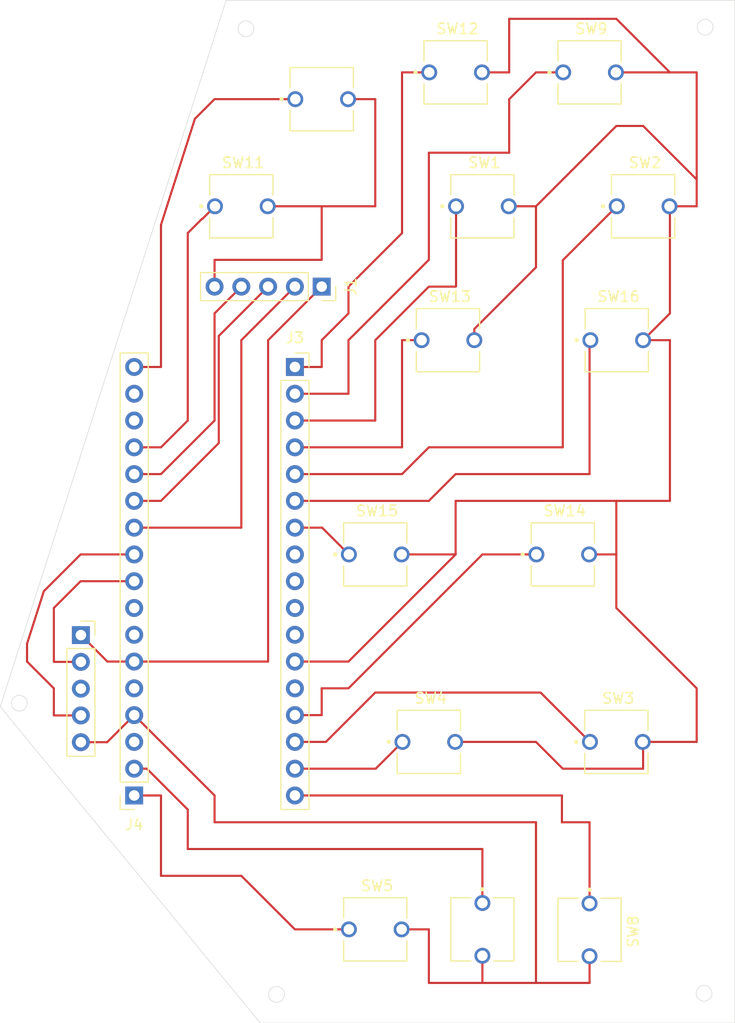
<source format=kicad_pcb>
(kicad_pcb (version 20240108) (generator "pcbnew") (generator_version "8.0")
  (layers (0 "F.Cu" signal) (31 "B.Cu" signal) (34 "B.Paste" user) (35 "F.Paste" user) (36 "B.SilkS" user "B.Silkscreen") (37 "F.SilkS" user "F.Silkscreen") (38 "B.Mask" user) (39 "F.Mask" user) (44 "Edge.Cuts" user))
  (net 0 "")
  (net 1 "/D8")
  (net 2 "/VCC")
  (net 3 "/A0")
  (net 4 "/GND")
  (net 5 "/A1")
  (net 6 "/D16")
  (net 7 "/D6")
  (net 8 "/D7")
  (net 9 "/D17")
  (net 10 "/D11")
  (net 11 "/D10")
  (net 12 "/D15")
  (net 13 "/RST")
  (net 14 "/D14")
  (net 15 "/D5")
  (net 16 "/D2")
  (net 17 "/D3")
  (net 18 "/D12")
  (net 19 "/D9")
  (net 20 "/D4")
  (net 21 "/3V")
  (net 22 "/A2")
  (net 23 "/NC")
  (net 24 "/D13")
  (net 25 "/VIN")
  (net 26 "/A3")
  (net 27 "/A5")
  (net 28 "/A4")
  (net 29 "/REF")
  (net 30 "/D0")
  (net 31 "/D1")
  (footprint "Downloads:SW_BUTT-2" (layer "F.Cu") (at 139.7 66.04)
    (property "Reference" "SW11" (at 0.175 -4.135 0) (layer "F.SilkS"))
    (property "Value" "D_Pad_LEFT")
    (fp_line (start -3 -3) (end 3 -3) (stroke (width 0.127)) (layer "F.SilkS"))
    (fp_line (start -3 -1.075) (end -3 -3) (stroke (width 0.127)) (layer "F.SilkS"))
    (fp_line (start -3 3) (end -3 1.075) (stroke (width 0.127)) (layer "F.SilkS"))
    (fp_line (start 3 -3) (end 3 -1.075) (stroke (width 0.127)) (layer "F.SilkS"))
    (fp_line (start 3 1.075) (end 3 3) (stroke (width 0.127)) (layer "F.SilkS"))
    (fp_line (start 3 3) (end -3 3) (stroke (width 0.127)) (layer "F.SilkS"))
    (fp_circle (center -3.8 0) (end -3.7 0) (stroke (width 0.2)) (fill none) (layer "F.SilkS"))
    (pad "1" thru_hole circle (at -2.5 0) (size 1.508 1.508) (drill 1) (layers "*.Cu" "*.Mask") (net 3 "/A0"))
    (pad "2" thru_hole circle (at 2.5 0) (size 1.508 1.508) (drill 1) (layers "*.Cu" "*.Mask") (net 4 "/GND"))
  )
  (footprint "Downloads:SW_BUTT-2" (layer "F.Cu") (at 152.4 99.06)
    (property "Reference" "SW15" (at 0.175 -4.135 0) (layer "F.SilkS"))
    (property "Value" "Y_Button")
    (fp_line (start -3 -3) (end 3 -3) (stroke (width 0.127)) (layer "F.SilkS"))
    (fp_line (start -3 -1.075) (end -3 -3) (stroke (width 0.127)) (layer "F.SilkS"))
    (fp_line (start -3 3) (end -3 1.075) (stroke (width 0.127)) (layer "F.SilkS"))
    (fp_line (start 3 -3) (end 3 -1.075) (stroke (width 0.127)) (layer "F.SilkS"))
    (fp_line (start 3 1.075) (end 3 3) (stroke (width 0.127)) (layer "F.SilkS"))
    (fp_line (start 3 3) (end -3 3) (stroke (width 0.127)) (layer "F.SilkS"))
    (fp_circle (center -3.8 0) (end -3.7 0) (stroke (width 0.2)) (fill none) (layer "F.SilkS"))
    (pad "1" thru_hole circle (at -2.5 0) (size 1.508 1.508) (drill 1) (layers "*.Cu" "*.Mask") (net 7 "/D6"))
    (pad "2" thru_hole circle (at 2.5 0) (size 1.508 1.508) (drill 1) (layers "*.Cu" "*.Mask") (net 4 "/GND"))
  )
  (footprint "Connector_PinSocket_2.54mm:PinSocket_1x17_P2.54mm_Vertical" (layer "F.Cu") (at 144.78 81.28)
    (property "Reference" "J3" (at 0 -2.77 0) (layer "F.SilkS"))
    (property "Value" "Conn_01x17_Pin" (hide yes))
    (fp_line (start -1.33 1.27) (end -1.33 41.97) (stroke (width 0.12)) (layer "F.SilkS"))
    (fp_line (start -1.33 1.27) (end 1.33 1.27) (stroke (width 0.12)) (layer "F.SilkS"))
    (fp_line (start -1.33 41.97) (end 1.33 41.97) (stroke (width 0.12)) (layer "F.SilkS"))
    (fp_line (start 0 -1.33) (end 1.33 -1.33) (stroke (width 0.12)) (layer "F.SilkS"))
    (fp_line (start 1.33 -1.33) (end 1.33 0) (stroke (width 0.12)) (layer "F.SilkS"))
    (fp_line (start 1.33 1.27) (end 1.33 41.97) (stroke (width 0.12)) (layer "F.SilkS"))
    (pad "1" thru_hole rect (at 0 0) (size 1.7 1.7) (drill 1) (layers "*.Cu" "*.Mask") (net 18 "/D12"))
    (pad "2" thru_hole oval (at 0 2.54) (size 1.7 1.7) (drill 1) (layers "*.Cu" "*.Mask") (net 10 "/D11"))
    (pad "3" thru_hole oval (at 0 5.08) (size 1.7 1.7) (drill 1) (layers "*.Cu" "*.Mask") (net 11 "/D10"))
    (pad "4" thru_hole oval (at 0 7.62) (size 1.7 1.7) (drill 1) (layers "*.Cu" "*.Mask") (net 19 "/D9"))
    (pad "5" thru_hole oval (at 0 10.16) (size 1.7 1.7) (drill 1) (layers "*.Cu" "*.Mask") (net 1 "/D8"))
    (pad "6" thru_hole oval (at 0 12.7) (size 1.7 1.7) (drill 1) (layers "*.Cu" "*.Mask") (net 8 "/D7"))
    (pad "7" thru_hole oval (at 0 15.24) (size 1.7 1.7) (drill 1) (layers "*.Cu" "*.Mask") (net 7 "/D6"))
    (pad "8" thru_hole oval (at 0 17.78) (size 1.7 1.7) (drill 1) (layers "*.Cu" "*.Mask") (net 15 "/D5"))
    (pad "9" thru_hole oval (at 0 20.32) (size 1.7 1.7) (drill 1) (layers "*.Cu" "*.Mask") (net 20 "/D4"))
    (pad "10" thru_hole oval (at 0 22.86) (size 1.7 1.7) (drill 1) (layers "*.Cu" "*.Mask") (net 17 "/D3"))
    (pad "11" thru_hole oval (at 0 25.4) (size 1.7 1.7) (drill 1) (layers "*.Cu" "*.Mask") (net 16 "/D2"))
    (pad "12" thru_hole oval (at 0 27.94) (size 1.7 1.7) (drill 1) (layers "*.Cu" "*.Mask") (net 4 "/GND"))
    (pad "13" thru_hole oval (at 0 30.48) (size 1.7 1.7) (drill 1) (layers "*.Cu" "*.Mask") (net 13 "/RST"))
    (pad "14" thru_hole oval (at 0 33.02) (size 1.7 1.7) (drill 1) (layers "*.Cu" "*.Mask") (net 30 "/D0"))
    (pad "15" thru_hole oval (at 0 35.56) (size 1.7 1.7) (drill 1) (layers "*.Cu" "*.Mask") (net 31 "/D1"))
    (pad "16" thru_hole oval (at 0 38.1) (size 1.7 1.7) (drill 1) (layers "*.Cu" "*.Mask") (net 9 "/D17"))
    (pad "17" thru_hole oval (at 0 40.64) (size 1.7 1.7) (drill 1) (layers "*.Cu" "*.Mask") (net 6 "/D16"))
  )
  (footprint "Downloads:SW_BUTT-2" (layer "F.Cu") (at 172.72 134.66 -90)
    (property "Reference" "SW8" (at 0.175 -4.135 90) (layer "F.SilkS"))
    (property "Value" "Select_Button")
    (fp_line (start -3 3) (end -3 1.075) (stroke (width 0.127)) (layer "F.SilkS"))
    (fp_line (start 3 3) (end -3 3) (stroke (width 0.127)) (layer "F.SilkS"))
    (fp_line (start 3 1.075) (end 3 3) (stroke (width 0.127)) (layer "F.SilkS"))
    (fp_line (start -3 -1.075) (end -3 -3) (stroke (width 0.127)) (layer "F.SilkS"))
    (fp_line (start -3 -3) (end 3 -3) (stroke (width 0.127)) (layer "F.SilkS"))
    (fp_line (start 3 -3) (end 3 -1.075) (stroke (width 0.127)) (layer "F.SilkS"))
    (fp_circle (center -3.8 0) (end -3.7 0) (stroke (width 0.2)) (fill none) (layer "F.SilkS"))
    (pad "1" thru_hole circle (at -2.5 0 270) (size 1.508 1.508) (drill 1) (layers "*.Cu" "*.Mask") (net 6 "/D16"))
    (pad "2" thru_hole circle (at 2.5 0 270) (size 1.508 1.508) (drill 1) (layers "*.Cu" "*.Mask") (net 4 "/GND"))
  )
  (footprint "Downloads:SW_BUTT-2" (layer "F.Cu") (at 162.56 66.04)
    (property "Reference" "SW1" (at 0.175 -4.135 0) (layer "F.SilkS"))
    (property "Value" "Left_Trigger")
    (fp_line (start -3 -3) (end 3 -3) (stroke (width 0.127)) (layer "F.SilkS"))
    (fp_line (start -3 -1.075) (end -3 -3) (stroke (width 0.127)) (layer "F.SilkS"))
    (fp_line (start -3 3) (end -3 1.075) (stroke (width 0.127)) (layer "F.SilkS"))
    (fp_line (start 3 -3) (end 3 -1.075) (stroke (width 0.127)) (layer "F.SilkS"))
    (fp_line (start 3 1.075) (end 3 3) (stroke (width 0.127)) (layer "F.SilkS"))
    (fp_line (start 3 3) (end -3 3) (stroke (width 0.127)) (layer "F.SilkS"))
    (fp_circle (center -3.8 0) (end -3.7 0) (stroke (width 0.2)) (fill none) (layer "F.SilkS"))
    (pad "1" thru_hole circle (at -2.5 0) (size 1.508 1.508) (drill 1) (layers "*.Cu" "*.Mask") (net 11 "/D10"))
    (pad "2" thru_hole circle (at 2.5 0) (size 1.508 1.508) (drill 1) (layers "*.Cu" "*.Mask") (net 4 "/GND"))
  )
  (footprint "Downloads:SW_BUTT-2" (layer "F.Cu") (at 177.8 66.04)
    (property "Reference" "SW2" (at 0.175 -4.135 0) (layer "F.SilkS"))
    (property "Value" "Right_Trigger")
    (fp_line (start -3 -3) (end 3 -3) (stroke (width 0.127)) (layer "F.SilkS"))
    (fp_line (start -3 -1.075) (end -3 -3) (stroke (width 0.127)) (layer "F.SilkS"))
    (fp_line (start -3 3) (end -3 1.075) (stroke (width 0.127)) (layer "F.SilkS"))
    (fp_line (start 3 -3) (end 3 -1.075) (stroke (width 0.127)) (layer "F.SilkS"))
    (fp_line (start 3 1.075) (end 3 3) (stroke (width 0.127)) (layer "F.SilkS"))
    (fp_line (start 3 3) (end -3 3) (stroke (width 0.127)) (layer "F.SilkS"))
    (fp_circle (center -3.8 0) (end -3.7 0) (stroke (width 0.2)) (fill none) (layer "F.SilkS"))
    (pad "1" thru_hole circle (at -2.5 0) (size 1.508 1.508) (drill 1) (layers "*.Cu" "*.Mask") (net 1 "/D8"))
    (pad "2" thru_hole circle (at 2.5 0) (size 1.508 1.508) (drill 1) (layers "*.Cu" "*.Mask") (net 4 "/GND"))
  )
  (footprint "Downloads:SW_BUTT-2" (layer "F.Cu") (at 175.3 78.74)
    (property "Reference" "SW16" (at 0.175 -4.135 0) (layer "F.SilkS"))
    (property "Value" "B_Button")
    (fp_line (start -3 -3) (end 3 -3) (stroke (width 0.127)) (layer "F.SilkS"))
    (fp_line (start -3 -1.075) (end -3 -3) (stroke (width 0.127)) (layer "F.SilkS"))
    (fp_line (start -3 3) (end -3 1.075) (stroke (width 0.127)) (layer "F.SilkS"))
    (fp_line (start 3 -3) (end 3 -1.075) (stroke (width 0.127)) (layer "F.SilkS"))
    (fp_line (start 3 1.075) (end 3 3) (stroke (width 0.127)) (layer "F.SilkS"))
    (fp_line (start 3 3) (end -3 3) (stroke (width 0.127)) (layer "F.SilkS"))
    (fp_circle (center -3.8 0) (end -3.7 0) (stroke (width 0.2)) (fill none) (layer "F.SilkS"))
    (pad "1" thru_hole circle (at -2.5 0) (size 1.508 1.508) (drill 1) (layers "*.Cu" "*.Mask") (net 8 "/D7"))
    (pad "2" thru_hole circle (at 2.5 0) (size 1.508 1.508) (drill 1) (layers "*.Cu" "*.Mask") (net 4 "/GND"))
  )
  (footprint "Connector_PinSocket_2.54mm:PinSocket_1x05_P2.54mm_Vertical" (layer "F.Cu") (at 147.32 73.66 -90)
    (property "Reference" "J1" (at 0 -2.77 90) (layer "F.SilkS"))
    (property "Value" "Joystick_F_TH")
    (fp_line (start -1.33 11.49) (end 1.33 11.49) (stroke (width 0.12)) (layer "F.SilkS"))
    (fp_line (start -1.33 1.27) (end -1.33 11.49) (stroke (width 0.12)) (layer "F.SilkS"))
    (fp_line (start -1.33 1.27) (end 1.33 1.27) (stroke (width 0.12)) (layer "F.SilkS"))
    (fp_line (start 1.33 1.27) (end 1.33 11.49) (stroke (width 0.12)) (layer "F.SilkS"))
    (fp_line (start 0 -1.33) (end 1.33 -1.33) (stroke (width 0.12)) (layer "F.SilkS"))
    (fp_line (start 1.33 -1.33) (end 1.33 0) (stroke (width 0.12)) (layer "F.SilkS"))
    (pad "1" thru_hole rect (at 0 0 270) (size 1.7 1.7) (drill 1) (layers "*.Cu" "*.Mask") (net 2 "/VCC"))
    (pad "2" thru_hole oval (at 0 2.54 270) (size 1.7 1.7) (drill 1) (layers "*.Cu" "*.Mask") (net 26 "/A3"))
    (pad "3" thru_hole oval (at 0 5.08 270) (size 1.7 1.7) (drill 1) (layers "*.Cu" "*.Mask") (net 22 "/A2"))
    (pad "4" thru_hole oval (at 0 7.62 270) (size 1.7 1.7) (drill 1) (layers "*.Cu" "*.Mask") (net 5 "/A1"))
    (pad "5" thru_hole oval (at 0 10.16 270) (size 1.7 1.7) (drill 1) (layers "*.Cu" "*.Mask") (net 4 "/GND"))
  )
  (footprint "Downloads:SW_BUTT-2" (layer "F.Cu") (at 157.48 116.84)
    (property "Reference" "SW4" (at 0.175 -4.135 0) (layer "F.SilkS"))
    (property "Value" "Left_Bumper")
    (fp_line (start -3 -3) (end 3 -3) (stroke (width 0.127)) (layer "F.SilkS"))
    (fp_line (start -3 -1.075) (end -3 -3) (stroke (width 0.127)) (layer "F.SilkS"))
    (fp_line (start -3 3) (end -3 1.075) (stroke (width 0.127)) (layer "F.SilkS"))
    (fp_line (start 3 -3) (end 3 -1.075) (stroke (width 0.127)) (layer "F.SilkS"))
    (fp_line (start 3 1.075) (end 3 3) (stroke (width 0.127)) (layer "F.SilkS"))
    (fp_line (start 3 3) (end -3 3) (stroke (width 0.127)) (layer "F.SilkS"))
    (fp_circle (center -3.8 0) (end -3.7 0) (stroke (width 0.2)) (fill none) (layer "F.SilkS"))
    (pad "1" thru_hole circle (at -2.5 0) (size 1.508 1.508) (drill 1) (layers "*.Cu" "*.Mask") (net 9 "/D17"))
    (pad "2" thru_hole circle (at 2.5 0) (size 1.508 1.508) (drill 1) (layers "*.Cu" "*.Mask") (net 4 "/GND"))
  )
  (footprint "Downloads:SW_BUTT-2" (layer "F.Cu") (at 170.18 99.06)
    (property "Reference" "SW14" (at 0.175 -4.135 0) (layer "F.SilkS"))
    (property "Value" "X_Button")
    (fp_line (start -3 -3) (end 3 -3) (stroke (width 0.127)) (layer "F.SilkS"))
    (fp_line (start -3 -1.075) (end -3 -3) (stroke (width 0.127)) (layer "F.SilkS"))
    (fp_line (start -3 3) (end -3 1.075) (stroke (width 0.127)) (layer "F.SilkS"))
    (fp_line (start 3 -3) (end 3 -1.075) (stroke (width 0.127)) (layer "F.SilkS"))
    (fp_line (start 3 1.075) (end 3 3) (stroke (width 0.127)) (layer "F.SilkS"))
    (fp_line (start 3 3) (end -3 3) (stroke (width 0.127)) (layer "F.SilkS"))
    (fp_circle (center -3.8 0) (end -3.7 0) (stroke (width 0.2)) (fill none) (layer "F.SilkS"))
    (pad "1" thru_hole circle (at -2.5 0) (size 1.508 1.508) (drill 1) (layers "*.Cu" "*.Mask") (net 30 "/D0"))
    (pad "2" thru_hole circle (at 2.5 0) (size 1.508 1.508) (drill 1) (layers "*.Cu" "*.Mask") (net 4 "/GND"))
  )
  (footprint "Downloads:SW_BUTT-2" (layer "F.Cu") (at 160.02 53.34)
    (property "Reference" "SW12" (at 0.175 -4.135 0) (layer "F.SilkS"))
    (property "Value" "D_Pad_RIGHT")
    (fp_line (start -3 -3) (end 3 -3) (stroke (width 0.127)) (layer "F.SilkS"))
    (fp_line (start -3 -1.075) (end -3 -3) (stroke (width 0.127)) (layer "F.SilkS"))
    (fp_line (start -3 3) (end -3 1.075) (stroke (width 0.127)) (layer "F.SilkS"))
    (fp_line (start 3 -3) (end 3 -1.075) (stroke (width 0.127)) (layer "F.SilkS"))
    (fp_line (start 3 1.075) (end 3 3) (stroke (width 0.127)) (layer "F.SilkS"))
    (fp_line (start 3 3) (end -3 3) (stroke (width 0.127)) (layer "F.SilkS"))
    (fp_circle (center -3.8 0) (end -3.7 0) (stroke (width 0.2)) (fill none) (layer "F.SilkS"))
    (pad "1" thru_hole circle (at -2.5 0) (size 1.508 1.508) (drill 1) (layers "*.Cu" "*.Mask") (net 18 "/D12"))
    (pad "2" thru_hole circle (at 2.5 0) (size 1.508 1.508) (drill 1) (layers "*.Cu" "*.Mask") (net 4 "/GND"))
  )
  (footprint "Downloads:SW_BUTT-2" (layer "F.Cu") (at 152.4 134.62)
    (property "Reference" "SW5" (at 0.175 -4.135 0) (layer "F.SilkS"))
    (property "Value" "Start_Button")
    (fp_line (start -3 -3) (end 3 -3) (stroke (width 0.127)) (layer "F.SilkS"))
    (fp_line (start -3 -1.075) (end -3 -3) (stroke (width 0.127)) (layer "F.SilkS"))
    (fp_line (start -3 3) (end -3 1.075) (stroke (width 0.127)) (layer "F.SilkS"))
    (fp_line (start 3 -3) (end 3 -1.075) (stroke (width 0.127)) (layer "F.SilkS"))
    (fp_line (start 3 1.075) (end 3 3) (stroke (width 0.127)) (layer "F.SilkS"))
    (fp_line (start 3 3) (end -3 3) (stroke (width 0.127)) (layer "F.SilkS"))
    (fp_circle (center -3.8 0) (end -3.7 0) (stroke (width 0.2)) (fill none) (layer "F.SilkS"))
    (pad "1" thru_hole circle (at -2.5 0) (size 1.508 1.508) (drill 1) (layers "*.Cu" "*.Mask") (net 12 "/D15"))
    (pad "2" thru_hole circle (at 2.5 0) (size 1.508 1.508) (drill 1) (layers "*.Cu" "*.Mask") (net 4 "/GND"))
  )
  (footprint "Downloads:SW_BUTT-2" (layer "F.Cu") (at 159.295 78.74)
    (property "Reference" "SW13" (at 0.175 -4.135 0) (layer "F.SilkS"))
    (property "Value" "A_Button")
    (fp_line (start -3 -3) (end 3 -3) (stroke (width 0.127)) (layer "F.SilkS"))
    (fp_line (start -3 -1.075) (end -3 -3) (stroke (width 0.127)) (layer "F.SilkS"))
    (fp_line (start -3 3) (end -3 1.075) (stroke (width 0.127)) (layer "F.SilkS"))
    (fp_line (start 3 -3) (end 3 -1.075) (stroke (width 0.127)) (layer "F.SilkS"))
    (fp_line (start 3 1.075) (end 3 3) (stroke (width 0.127)) (layer "F.SilkS"))
    (fp_line (start 3 3) (end -3 3) (stroke (width 0.127)) (layer "F.SilkS"))
    (fp_circle (center -3.8 0) (end -3.7 0) (stroke (width 0.2)) (fill none) (layer "F.SilkS"))
    (pad "1" thru_hole circle (at -2.5 0) (size 1.508 1.508) (drill 1) (layers "*.Cu" "*.Mask") (net 19 "/D9"))
    (pad "2" thru_hole circle (at 2.5 0) (size 1.508 1.508) (drill 1) (layers "*.Cu" "*.Mask") (net 4 "/GND"))
  )
  (footprint "Connector_PinSocket_2.54mm:PinSocket_1x05_P2.54mm_Vertical" (layer "F.Cu") (at 124.485 106.71)
    (property "Reference" "J2" (hide yes))
    (property "Value" "Joystick_B_TH")
    (fp_line (start -1.33 1.27) (end -1.33 11.49) (stroke (width 0.12)) (layer "F.SilkS"))
    (fp_line (start -1.33 1.27) (end 1.33 1.27) (stroke (width 0.12)) (layer "F.SilkS"))
    (fp_line (start -1.33 11.49) (end 1.33 11.49) (stroke (width 0.12)) (layer "F.SilkS"))
    (fp_line (start 0 -1.33) (end 1.33 -1.33) (stroke (width 0.12)) (layer "F.SilkS"))
    (fp_line (start 1.33 -1.33) (end 1.33 0) (stroke (width 0.12)) (layer "F.SilkS"))
    (fp_line (start 1.33 1.27) (end 1.33 11.49) (stroke (width 0.12)) (layer "F.SilkS"))
    (pad "1" thru_hole rect (at 0 0) (size 1.7 1.7) (drill 1) (layers "*.Cu" "*.Mask") (net 2 "/VCC"))
    (pad "2" thru_hole oval (at 0 2.54) (size 1.7 1.7) (drill 1) (layers "*.Cu" "*.Mask") (net 27 "/A5"))
    (pad "3" thru_hole oval (at 0 5.08) (size 1.7 1.7) (drill 1) (layers "*.Cu" "*.Mask") (net 8 "/D7"))
    (pad "4" thru_hole oval (at 0 7.62) (size 1.7 1.7) (drill 1) (layers "*.Cu" "*.Mask") (net 28 "/A4"))
    (pad "5" thru_hole oval (at 0 10.16) (size 1.7 1.7) (drill 1) (layers "*.Cu" "*.Mask") (net 4 "/GND"))
  )
  (footprint "Downloads:SW_BUTT-2" (layer "F.Cu") (at 175.26 116.84)
    (property "Reference" "SW3" (at 0.175 -4.135 0) (layer "F.SilkS"))
    (property "Value" "Right_Bumper")
    (fp_line (start -3 -3) (end 3 -3) (stroke (width 0.127)) (layer "F.SilkS"))
    (fp_line (start -3 -1.075) (end -3 -3) (stroke (width 0.127)) (layer "F.SilkS"))
    (fp_line (start -3 3) (end -3 1.075) (stroke (width 0.127)) (layer "F.SilkS"))
    (fp_line (start 3 -3) (end 3 -1.075) (stroke (width 0.127)) (layer "F.SilkS"))
    (fp_line (start 3 1.075) (end 3 3) (stroke (width 0.127)) (layer "F.SilkS"))
    (fp_line (start 3 3) (end -3 3) (stroke (width 0.127)) (layer "F.SilkS"))
    (fp_circle (center -3.8 0) (end -3.7 0) (stroke (width 0.2)) (fill none) (layer "F.SilkS"))
    (pad "1" thru_hole circle (at -2.5 0) (size 1.508 1.508) (drill 1) (layers "*.Cu" "*.Mask") (net 31 "/D1"))
    (pad "2" thru_hole circle (at 2.5 0) (size 1.508 1.508) (drill 1) (layers "*.Cu" "*.Mask") (net 4 "/GND"))
  )
  (footprint "Downloads:SW_BUTT-2" (layer "F.Cu") (at 162.56 134.62 -90)
    (property "Reference" "SW6" (hide yes))
    (property "Value" "Home_Button" (hide yes))
    (fp_line (start -3 3) (end -3 1.075) (stroke (width 0.127)) (layer "F.SilkS"))
    (fp_line (start 3 3) (end -3 3) (stroke (width 0.127)) (layer "F.SilkS"))
    (fp_line (start 3 1.075) (end 3 3) (stroke (width 0.127)) (layer "F.SilkS"))
    (fp_line (start -3 -1.075) (end -3 -3) (stroke (width 0.127)) (layer "F.SilkS"))
    (fp_line (start -3 -3) (end 3 -3) (stroke (width 0.127)) (layer "F.SilkS"))
    (fp_line (start 3 -3) (end 3 -1.075) (stroke (width 0.127)) (layer "F.SilkS"))
    (fp_circle (center -3.8 0) (end -3.7 0) (stroke (width 0.2)) (fill none) (layer "F.SilkS"))
    (pad "1" thru_hole circle (at -2.5 0 270) (size 1.508 1.508) (drill 1) (layers "*.Cu" "*.Mask") (net 14 "/D14"))
    (pad "2" thru_hole circle (at 2.5 0 270) (size 1.508 1.508) (drill 1) (layers "*.Cu" "*.Mask") (net 4 "/GND"))
  )
  (footprint "Downloads:SW_BUTT-2" (layer "F.Cu") (at 147.32 55.88)
    (property "Reference" "SW10" (hide yes))
    (property "Value" "D_Pad_DOWN")
    (fp_line (start -3 -3) (end 3 -3) (stroke (width 0.127)) (layer "F.SilkS"))
    (fp_line (start -3 -1.075) (end -3 -3) (stroke (width 0.127)) (layer "F.SilkS"))
    (fp_line (start -3 3) (end -3 1.075) (stroke (width 0.127)) (layer "F.SilkS"))
    (fp_line (start 3 -3) (end 3 -1.075) (stroke (width 0.127)) (layer "F.SilkS"))
    (fp_line (start 3 1.075) (end 3 3) (stroke (width 0.127)) (layer "F.SilkS"))
    (fp_line (start 3 3) (end -3 3) (stroke (width 0.127)) (layer "F.SilkS"))
    (fp_circle (center -3.8 0) (end -3.7 0) (stroke (width 0.2)) (fill none) (layer "F.SilkS"))
    (pad "1" thru_hole circle (at -2.5 0) (size 1.508 1.508) (drill 1) (layers "*.Cu" "*.Mask") (net 24 "/D13"))
    (pad "2" thru_hole circle (at 2.5 0) (size 1.508 1.508) (drill 1) (layers "*.Cu" "*.Mask") (net 4 "/GND"))
  )
  (footprint "Connector_PinSocket_2.54mm:PinSocket_1x17_P2.54mm_Vertical" (layer "F.Cu") (at 129.54 121.92 180)
    (property "Reference" "J4" (at 0 -2.77 180) (layer "F.SilkS"))
    (property "Value" "Conn_01x17_Pin")
    (fp_line (start 1.33 1.27) (end 1.33 41.97) (stroke (width 0.12)) (layer "F.SilkS"))
    (fp_line (start 1.33 -1.33) (end 1.33 0) (stroke (width 0.12)) (layer "F.SilkS"))
    (fp_line (start 0 -1.33) (end 1.33 -1.33) (stroke (width 0.12)) (layer "F.SilkS"))
    (fp_line (start -1.33 41.97) (end 1.33 41.97) (stroke (width 0.12)) (layer "F.SilkS"))
    (fp_line (start -1.33 1.27) (end 1.33 1.27) (stroke (width 0.12)) (layer "F.SilkS"))
    (fp_line (start -1.33 1.27) (end -1.33 41.97) (stroke (width 0.12)) (layer "F.SilkS"))
    (pad "1" thru_hole rect (at 0 0 180) (size 1.7 1.7) (drill 1) (layers "*.Cu" "*.Mask") (net 12 "/D15"))
    (pad "2" thru_hole oval (at 0 2.54 180) (size 1.7 1.7) (drill 1) (layers "*.Cu" "*.Mask") (net 14 "/D14"))
    (pad "3" thru_hole oval (at 0 5.08 180) (size 1.7 1.7) (drill 1) (layers "*.Cu" "*.Mask") (net 25 "/VIN"))
    (pad "4" thru_hole oval (at 0 7.62 180) (size 1.7 1.7) (drill 1) (layers "*.Cu" "*.Mask") (net 4 "/GND"))
    (pad "5" thru_hole oval (at 0 10.16 180) (size 1.7 1.7) (drill 1) (layers "*.Cu" "*.Mask") (net 13 "/RST"))
    (pad "6" thru_hole oval (at 0 12.7 180) (size 1.7 1.7) (drill 1) (layers "*.Cu" "*.Mask") (net 2 "/VCC"))
    (pad "7" thru_hole oval (at 0 15.24 180) (size 1.7 1.7) (drill 1) (layers "*.Cu" "*.Mask") (net 23 "/NC"))
    (pad "8" thru_hole oval (at 0 17.78 180) (size 1.7 1.7) (drill 1) (layers "*.Cu" "*.Mask") (net 23 "/NC"))
    (pad "9" thru_hole oval (at 0 20.32 180) (size 1.7 1.7) (drill 1) (layers "*.Cu" "*.Mask") (net 27 "/A5"))
    (pad "10" thru_hole oval (at 0 22.86 180) (size 1.7 1.7) (drill 1) (layers "*.Cu" "*.Mask") (net 28 "/A4"))
    (pad "11" thru_hole oval (at 0 25.4 180) (size 1.7 1.7) (drill 1) (layers "*.Cu" "*.Mask") (net 26 "/A3"))
    (pad "12" thru_hole oval (at 0 27.94 180) (size 1.7 1.7) (drill 1) (layers "*.Cu" "*.Mask") (net 22 "/A2"))
    (pad "13" thru_hole oval (at 0 30.48 180) (size 1.7 1.7) (drill 1) (layers "*.Cu" "*.Mask") (net 5 "/A1"))
    (pad "14" thru_hole oval (at 0 33.02 180) (size 1.7 1.7) (drill 1) (layers "*.Cu" "*.Mask") (net 3 "/A0"))
    (pad "15" thru_hole oval (at 0 35.56 180) (size 1.7 1.7) (drill 1) (layers "*.Cu" "*.Mask") (net 29 "/REF"))
    (pad "16" thru_hole oval (at 0 38.1 180) (size 1.7 1.7) (drill 1) (layers "*.Cu" "*.Mask") (net 21 "/3V"))
    (pad "17" thru_hole oval (at 0 40.64 180) (size 1.7 1.7) (drill 1) (layers "*.Cu" "*.Mask") (net 24 "/D13"))
  )
  (footprint "Downloads:SW_BUTT-2" (layer "F.Cu") (at 172.72 53.34)
    (property "Reference" "SW9" (at 0.175 -4.135 0) (layer "F.SilkS"))
    (property "Value" "D_Pad_UP" (hide yes))
    (fp_line (start -3 -3) (end 3 -3) (stroke (width 0.127)) (layer "F.SilkS"))
    (fp_line (start -3 -1.075) (end -3 -3) (stroke (width 0.127)) (layer "F.SilkS"))
    (fp_line (start -3 3) (end -3 1.075) (stroke (width 0.127)) (layer "F.SilkS"))
    (fp_line (start 3 -3) (end 3 -1.075) (stroke (width 0.127)) (layer "F.SilkS"))
    (fp_line (start 3 1.075) (end 3 3) (stroke (width 0.127)) (layer "F.SilkS"))
    (fp_line (start 3 3) (end -3 3) (stroke (width 0.127)) (layer "F.SilkS"))
    (fp_circle (center -3.8 0) (end -3.7 0) (stroke (width 0.2)) (fill none) (layer "F.SilkS"))
    (pad "1" thru_hole circle (at -2.5 0) (size 1.508 1.508) (drill 1) (layers "*.Cu" "*.Mask") (net 10 "/D11"))
    (pad "2" thru_hole circle (at 2.5 0) (size 1.508 1.508) (drill 1) (layers "*.Cu" "*.Mask") (net 4 "/GND"))
  )
  (gr_line (start 132.08 121.92) (end 129.54 121.92) (stroke (width 0.2)) (layer "F.Cu") (net 12))
  (gr_line (start 186.5 46.5) (end 186.5 113.5) (stroke (width 0.05)) (layer "Edge.Cuts"))
  (gr_circle (center 143.038096 140.787665) (end 143.788096 140.787665) (stroke (width 0.05)) (fill none) (layer "Edge.Cuts"))
  (gr_line (start 186.5 143.5) (end 141.5 143.5) (stroke (width 0.05)) (layer "Edge.Cuts"))
  (gr_circle (center 140.138311 49.205829) (end 140.888311 49.205829) (stroke (width 0.05)) (fill none) (layer "Edge.Cuts"))
  (gr_line (start 138.26 46.5) (end 116.84 113.5) (stroke (width 0.05)) (layer "Edge.Cuts"))
  (gr_line (start 186.5 113.5) (end 186.5 143.5) (stroke (width 0.05)) (layer "Edge.Cuts"))
  (gr_line (start 138.26 46.5) (end 186.5 46.5) (stroke (width 0.05)) (layer "Edge.Cuts"))
  (gr_circle (center 183.576728 140.679981) (end 184.326728 140.679981) (stroke (width 0.05)) (fill none) (layer "Edge.Cuts"))
  (gr_circle (center 118.647158 113.169312) (end 119.397158 113.169312) (stroke (width 0.05)) (fill none) (layer "Edge.Cuts"))
  (gr_line (start 116.84 113.5) (end 141.5 143.5) (stroke (width 0.05)) (layer "Edge.Cuts"))
  (gr_circle (center 183.678481 49.049776) (end 184.428481 49.049776) (stroke (width 0.05)) (fill none) (layer "Edge.Cuts"))
  (segment (start 154.94 91.44) (end 144.78 91.44) (width 0.2) (layer "F.Cu") (net 1))
  (segment (start 175.3 66.04) (end 170.18 71.16) (width 0.2) (layer "F.Cu") (net 1))
  (segment (start 157.48 88.9) (end 154.94 91.44) (width 0.2) (layer "F.Cu") (net 1))
  (segment (start 170.18 71.16) (end 170.18 88.9) (width 0.2) (layer "F.Cu") (net 1))
  (segment (start 170.18 88.9) (end 157.48 88.9) (width 0.2) (layer "F.Cu") (net 1))
  (segment (start 129.54 109.785685) (end 129.54 109.22) (width 0.2) (layer "F.Cu") (net 2))
  (segment (start 124.485 106.71) (end 124.49 106.71) (width 0.2) (layer "F.Cu") (net 2))
  (segment (start 127 109.22) (end 129.54 109.22) (width 0.2) (layer "F.Cu") (net 2))
  (segment (start 124.49 106.71) (end 127 109.22) (width 0.2) (layer "F.Cu") (net 2))
  (segment (start 142.24 109.22) (end 129.54 109.22) (width 0.2) (layer "F.Cu") (net 2))
  (segment (start 147.32 73.66) (end 142.24 78.74) (width 0.2) (layer "F.Cu") (net 2))
  (segment (start 142.24 78.74) (end 142.24 109.22) (width 0.2) (layer "F.Cu") (net 2))
  (segment (start 134.62 68.58) (end 134.62 86.36) (width 0.2) (layer "F.Cu") (net 3))
  (segment (start 132.08 88.9) (end 129.54 88.9) (width 0.2) (layer "F.Cu") (net 3))
  (segment (start 134.62 86.36) (end 132.08 88.9) (width 0.2) (layer "F.Cu") (net 3))
  (segment (start 137.2 66.04) (end 136.01 67.23) (width 0.2) (layer "F.Cu") (net 3))
  (segment (start 135.97 67.23) (end 134.62 68.58) (width 0.2) (layer "F.Cu") (net 3))
  (segment (start 136.01 67.23) (end 135.97 67.23) (width 0.2) (layer "F.Cu") (net 3))
  (segment (start 175.26 104.14) (end 175.26 99.06) (width 0.2) (layer "F.Cu") (net 4))
  (segment (start 126.97 116.87) (end 129.54 114.3) (width 0.2) (layer "F.Cu") (net 4))
  (segment (start 165.1 48.26) (end 175.26 48.26) (width 0.2) (layer "F.Cu") (net 4))
  (segment (start 182.88 53.34) (end 182.88 63.5) (width 0.2) (layer "F.Cu") (net 4))
  (segment (start 137.16 73.66) (end 137.16 71.12) (width 0.2) (layer "F.Cu") (net 4))
  (segment (start 154.9 99.06) (end 160.02 99.06) (width 0.2) (layer "F.Cu") (net 4))
  (segment (start 175.22 53.34) (end 180.34 53.34) (width 0.2) (layer "F.Cu") (net 4))
  (segment (start 159.98 116.84) (end 167.64 116.84) (width 0.2) (layer "F.Cu") (net 4))
  (segment (start 161.795 78.74) (end 161.795 77.673683) (width 0.2) (layer "F.Cu") (net 4))
  (segment (start 177.76 116.84) (end 182.88 116.84) (width 0.2) (layer "F.Cu") (net 4))
  (segment (start 182.88 111.76) (end 175.26 104.14) (width 0.2) (layer "F.Cu") (net 4))
  (segment (start 147.32 71.12) (end 147.32 66.04) (width 0.2) (layer "F.Cu") (net 4))
  (segment (start 172.72 139.7) (end 172.72 137.16) (width 0.2) (layer "F.Cu") (net 4))
  (segment (start 160.02 93.98) (end 160.02 99.06) (width 0.2) (layer "F.Cu") (net 4))
  (segment (start 137.16 71.12) (end 147.32 71.12) (width 0.2) (layer "F.Cu") (net 4))
  (segment (start 180.34 66.04) (end 180.34 76.2) (width 0.2) (layer "F.Cu") (net 4))
  (segment (start 180.34 76.2) (end 177.8 78.74) (width 0.2) (layer "F.Cu") (net 4))
  (segment (start 175.26 93.98) (end 175.26 99.06) (width 0.2) (layer "F.Cu") (net 4))
  (segment (start 177.8 78.74) (end 180.34 78.74) (width 0.2) (layer "F.Cu") (net 4))
  (segment (start 182.88 116.84) (end 182.88 111.76) (width 0.2) (layer "F.Cu") (net 4))
  (segment (start 137.16 124.46) (end 167.64 124.46) (width 0.2) (layer "F.Cu") (net 4))
  (segment (start 142.2 66.04) (end 147.32 66.04) (width 0.2) (layer "F.Cu") (net 4))
  (segment (start 152.4 55.88) (end 152.4 66.04) (width 0.2) (layer "F.Cu") (net 4))
  (segment (start 175.26 93.98) (end 160.02 93.98) (width 0.2) (layer "F.Cu") (net 4))
  (segment (start 167.64 124.46) (end 167.64 139.7) (width 0.2) (layer "F.Cu") (net 4))
  (segment (start 157.48 134.62) (end 157.48 139.7) (width 0.2) (layer "F.Cu") (net 4))
  (segment (start 182.88 66.04) (end 180.3 66.04) (width 0.2) (layer "F.Cu") (net 4))
  (segment (start 175.26 99.06) (end 172.68 99.06) (width 0.2) (layer "F.Cu") (net 4))
  (segment (start 161.795 77.673683) (end 167.64 71.828683) (width 0.2) (layer "F.Cu") (net 4))
  (segment (start 149.82 55.88) (end 152.4 55.88) (width 0.2) (layer "F.Cu") (net 4))
  (segment (start 160.02 99.06) (end 149.86 109.22) (width 0.2) (layer "F.Cu") (net 4))
  (segment (start 175.26 48.26) (end 180.34 53.34) (width 0.2) (layer "F.Cu") (net 4))
  (segment (start 180.34 78.74) (end 180.34 93.98) (width 0.2) (layer "F.Cu") (net 4))
  (segment (start 157.48 139.7) (end 162.56 139.7) (width 0.2) (layer "F.Cu") (net 4))
  (segment (start 124.485 116.87) (end 126.97 116.87) (width 0.2) (layer "F.Cu") (net 4))
  (segment (start 137.16 121.92) (end 137.16 124.46) (width 0.2) (layer "F.Cu") (net 4))
  (segment (start 167.64 139.7) (end 172.72 139.7) (width 0.2) (layer "F.Cu") (net 4))
  (segment (start 152.4 66.04) (end 147.32 66.04) (width 0.2) (layer "F.Cu") (net 4))
  (segment (start 177.8 119.38) (end 177.8 116.88) (width 0.2) (layer "F.Cu") (net 4))
  (segment (start 165.1 53.34) (end 165.1 48.26) (width 0.2) (layer "F.Cu") (net 4))
  (segment (start 149.86 109.22) (end 144.78 109.22) (width 0.2) (layer "F.Cu") (net 4))
  (segment (start 177.8 116.88) (end 177.76 116.84) (width 0.2) (layer "F.Cu") (net 4))
  (segment (start 182.88 63.5) (end 182.88 66.04) (width 0.2) (layer "F.Cu") (net 4))
  (segment (start 129.54 114.3) (end 137.16 121.92) (width 0.2) (layer "F.Cu") (net 4))
  (segment (start 167.64 66.04) (end 175.26 58.42) (width 0.2) (layer "F.Cu") (net 4))
  (segment (start 167.64 71.828683) (end 167.64 66.04) (width 0.2) (layer "F.Cu") (net 4))
  (segment (start 175.26 58.42) (end 177.8 58.42) (width 0.2) (layer "F.Cu") (net 4))
  (segment (start 180.34 53.34) (end 182.88 53.34) (width 0.2) (layer "F.Cu") (net 4))
  (segment (start 177.8 58.42) (end 182.88 63.5) (width 0.2) (layer "F.Cu") (net 4))
  (segment (start 162.56 139.7) (end 162.56 137.12) (width 0.2) (layer "F.Cu") (net 4))
  (segment (start 162.52 53.34) (end 165.1 53.34) (width 0.2) (layer "F.Cu") (net 4))
  (segment (start 167.64 116.84) (end 170.18 119.38) (width 0.2) (layer "F.Cu") (net 4))
  (segment (start 170.18 119.38) (end 177.8 119.38) (width 0.2) (layer "F.Cu") (net 4))
  (segment (start 162.56 139.7) (end 167.64 139.7) (width 0.2) (layer "F.Cu") (net 4))
  (segment (start 154.9 134.62) (end 157.48 134.62) (width 0.2) (layer "F.Cu") (net 4))
  (segment (start 165.06 66.04) (end 167.64 66.04) (width 0.2) (layer "F.Cu") (net 4))
  (segment (start 180.3 66.04) (end 180.34 66.04) (width 0.2) (layer "F.Cu") (net 4))
  (segment (start 180.34 93.98) (end 175.26 93.98) (width 0.2) (layer "F.Cu") (net 4))
  (segment (start 137.16 76.2) (end 137.16 86.36) (width 0.2) (layer "F.Cu") (net 5))
  (segment (start 139.7 73.66) (end 137.16 76.2) (width 0.2) (layer "F.Cu") (net 5))
  (segment (start 132.08 91.44) (end 129.54 91.44) (width 0.2) (layer "F.Cu") (net 5))
  (segment (start 137.16 86.36) (end 132.08 91.44) (width 0.2) (layer "F.Cu") (net 5))
  (segment (start 170.1 121.92) (end 170.1 124.46) (width 0.2) (layer "F.Cu") (net 6))
  (segment (start 170.1 124.46) (end 172.72 124.46) (width 0.2) (layer "F.Cu") (net 6))
  (segment (start 170.1 121.92) (end 144.78 121.92) (width 0.2) (layer "F.Cu") (net 6))
  (segment (start 172.72 124.46) (end 172.72 132.16) (width 0.2) (layer "F.Cu") (net 6))
  (segment (start 149.9 99.06) (end 147.36 96.52) (width 0.2) (layer "F.Cu") (net 7))
  (segment (start 147.36 96.52) (end 144.78 96.52) (width 0.2) (layer "F.Cu") (net 7))
  (segment (start 149.9 99.06) (end 149.88 99.08) (width 0.2) (layer "F.Cu") (net 7))
  (segment (start 157.48 93.98) (end 144.78 93.98) (width 0.2) (layer "F.Cu") (net 8))
  (segment (start 160.02 91.44) (end 157.48 93.98) (width 0.2) (layer "F.Cu") (net 8))
  (segment (start 172.72 91.44) (end 160.02 91.44) (width 0.2) (layer "F.Cu") (net 8))
  (segment (start 172.8 78.74) (end 172.72 78.74) (width 0.2) (layer "F.Cu") (net 8))
  (segment (start 172.72 78.74) (end 172.72 91.44) (width 0.2) (layer "F.Cu") (net 8))
  (segment (start 154.98 116.84) (end 152.44 119.38) (width 0.2) (layer "F.Cu") (net 9))
  (segment (start 152.44 119.38) (end 144.78 119.38) (width 0.2) (layer "F.Cu") (net 9))
  (segment (start 165.1 55.88) (end 165.1 60.96) (width 0.2) (layer "F.Cu") (net 10))
  (segment (start 170.22 53.34) (end 167.64 53.34) (width 0.2) (layer "F.Cu") (net 10))
  (segment (start 167.64 53.34) (end 165.1 55.88) (width 0.2) (layer "F.Cu") (net 10))
  (segment (start 157.48 60.96) (end 157.48 71.12) (width 0.2) (layer "F.Cu") (net 10))
  (segment (start 165.1 60.96) (end 157.48 60.96) (width 0.2) (layer "F.Cu") (net 10))
  (segment (start 149.86 78.74) (end 149.86 83.82) (width 0.2) (layer "F.Cu") (net 10))
  (segment (start 149.86 83.82) (end 144.78 83.82) (width 0.2) (layer "F.Cu") (net 10))
  (segment (start 157.48 71.12) (end 149.86 78.74) (width 0.2) (layer "F.Cu") (net 10))
  (segment (start 152.4 86.36) (end 144.78 86.36) (width 0.2) (layer "F.Cu") (net 11))
  (segment (start 157.48 73.66) (end 152.4 78.74) (width 0.2) (layer "F.Cu") (net 11))
  (segment (start 160.02 73.66) (end 157.48 73.66) (width 0.2) (layer "F.Cu") (net 11))
  (segment (start 160.06 66.04) (end 160.06 73.62) (width 0.2) (layer "F.Cu") (net 11))
  (segment (start 160.06 73.62) (end 160.02 73.66) (width 0.2) (layer "F.Cu") (net 11))
  (segment (start 152.4 78.74) (end 152.4 86.36) (width 0.2) (layer "F.Cu") (net 11))
  (segment (start 144.78 134.62) (end 139.7 129.54) (width 0.2) (layer "F.Cu") (net 12))
  (segment (start 132.08 129.54) (end 132.08 121.92) (width 0.2) (layer "F.Cu") (net 12))
  (segment (start 149.9 134.62) (end 144.78 134.62) (width 0.2) (layer "F.Cu") (net 12))
  (segment (start 139.7 129.54) (end 132.08 129.54) (width 0.2) (layer "F.Cu") (net 12))
  (segment (start 132.08 121.92) (end 130.69 121.92) (width 0.2) (layer "F.Cu") (net 12))
  (segment (start 130.742081 119.38) (end 129.54 119.38) (width 0.2) (layer "F.Cu") (net 14))
  (segment (start 162.56 127) (end 134.62 127) (width 0.2) (layer "F.Cu") (net 14))
  (segment (start 134.62 127) (end 134.62 123.257919) (width 0.2) (layer "F.Cu") (net 14))
  (segment (start 134.62 123.257919) (end 130.742081 119.38) (width 0.2) (layer "F.Cu") (net 14))
  (segment (start 162.56 132.12) (end 162.56 127) (width 0.2) (layer "F.Cu") (net 14))
  (segment (start 154.94 68.58) (end 149.86 73.66) (width 0.2) (layer "F.Cu") (net 18))
  (segment (start 147.32 78.74) (end 147.32 81.28) (width 0.2) (layer "F.Cu") (net 18))
  (segment (start 149.86 73.66) (end 149.86 76.2) (width 0.2) (layer "F.Cu") (net 18))
  (segment (start 157.52 53.34) (end 154.94 53.34) (width 0.2) (layer "F.Cu") (net 18))
  (segment (start 154.94 53.34) (end 154.94 68.58) (width 0.2) (layer "F.Cu") (net 18))
  (segment (start 149.86 76.2) (end 147.32 78.74) (width 0.2) (layer "F.Cu") (net 18))
  (segment (start 147.32 81.28) (end 144.78 81.28) (width 0.2) (layer "F.Cu") (net 18))
  (segment (start 154.94 78.74) (end 154.94 88.9) (width 0.2) (layer "F.Cu") (net 19))
  (segment (start 154.94 88.9) (end 144.78 88.9) (width 0.2) (layer "F.Cu") (net 19))
  (segment (start 156.795 78.74) (end 154.94 78.74) (width 0.2) (layer "F.Cu") (net 19))
  (segment (start 132.08 93.98) (end 129.54 93.98) (width 0.2) (layer "F.Cu") (net 22))
  (segment (start 137.56 78.34) (end 137.56 88.5) (width 0.2) (layer "F.Cu") (net 22))
  (segment (start 137.56 88.5) (end 132.08 93.98) (width 0.2) (layer "F.Cu") (net 22))
  (segment (start 142.24 73.66) (end 137.56 78.34) (width 0.2) (layer "F.Cu") (net 22))
  (segment (start 135.294814 57.745186) (end 132.08 67.80086) (width 0.2) (layer "F.Cu") (net 24))
  (segment (start 137.16 55.88) (end 135.294814 57.745186) (width 0.2) (layer "F.Cu") (net 24))
  (segment (start 132.08 67.80086) (end 132.08 81.28) (width 0.2) (layer "F.Cu") (net 24))
  (segment (start 132.08 81.28) (end 129.54 81.28) (width 0.2) (layer "F.Cu") (net 24))
  (segment (start 144.82 55.88) (end 137.16 55.88) (width 0.2) (layer "F.Cu") (net 24))
  (segment (start 139.7 78.74) (end 139.7 96.52) (width 0.2) (layer "F.Cu") (net 26))
  (segment (start 144.78 73.66) (end 139.7 78.74) (width 0.2) (layer "F.Cu") (net 26))
  (segment (start 139.7 96.52) (end 129.54 96.52) (width 0.2) (layer "F.Cu") (net 26))
  (segment (start 124.485 109.25) (end 121.95 109.25) (width 0.2) (layer "F.Cu") (net 27))
  (segment (start 121.95 109.25) (end 121.92 109.22) (width 0.2) (layer "F.Cu") (net 27))
  (segment (start 124.46 101.6) (end 129.54 101.6) (width 0.2) (layer "F.Cu") (net 27))
  (segment (start 121.92 104.14) (end 124.46 101.6) (width 0.2) (layer "F.Cu") (net 27))
  (segment (start 121.92 109.22) (end 121.92 104.14) (width 0.2) (layer "F.Cu") (net 27))
  (segment (start 119.38 107.525418) (end 120.970953 102.549047) (width 0.2) (layer "F.Cu") (net 28))
  (segment (start 120.970953 102.549047) (end 124.46 99.06) (width 0.2) (layer "F.Cu") (net 28))
  (segment (start 124.485 114.33) (end 121.95 114.33) (width 0.2) (layer "F.Cu") (net 28))
  (segment (start 119.38 109.22) (end 119.38 107.525418) (width 0.2) (layer "F.Cu") (net 28))
  (segment (start 121.92 114.3) (end 121.92 111.76) (width 0.2) (layer "F.Cu") (net 28))
  (segment (start 121.92 111.76) (end 119.38 109.22) (width 0.2) (layer "F.Cu") (net 28))
  (segment (start 121.95 114.33) (end 121.92 114.3) (width 0.2) (layer "F.Cu") (net 28))
  (segment (start 124.46 99.06) (end 129.54 99.06) (width 0.2) (layer "F.Cu") (net 28))
  (segment (start 167.68 99.06) (end 162.56 99.06) (width 0.2) (layer "F.Cu") (net 30))
  (segment (start 147.32 114.3) (end 144.78 114.3) (width 0.2) (layer "F.Cu") (net 30))
  (segment (start 147.32 111.76) (end 147.32 114.3) (width 0.2) (layer "F.Cu") (net 30))
  (segment (start 162.56 99.06) (end 149.86 111.76) (width 0.2) (layer "F.Cu") (net 30))
  (segment (start 149.86 111.76) (end 147.32 111.76) (width 0.2) (layer "F.Cu") (net 30))
  (segment (start 168.08 112.16) (end 152.4 112.16) (width 0.2) (layer "F.Cu") (net 31))
  (segment (start 152.4 112.16) (end 147.72 116.84) (width 0.2) (layer "F.Cu") (net 31))
  (segment (start 147.72 116.84) (end 144.78 116.84) (width 0.2) (layer "F.Cu") (net 31))
  (segment (start 172.76 116.84) (end 168.08 112.16) (width 0.2) (layer "F.Cu") (net 31))
)
</source>
